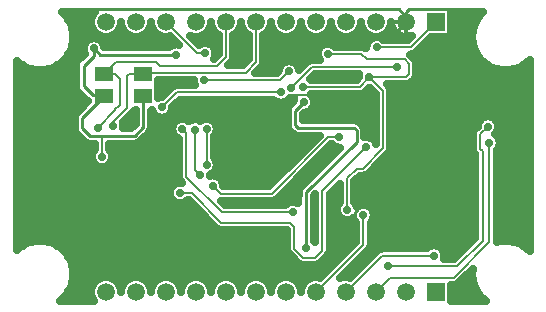
<source format=gbr>
G04 DipTrace 3.1.0.0*
G04 Bottom.gbr*
%MOIN*%
G04 #@! TF.FileFunction,Copper,L2,Bot*
G04 #@! TF.Part,Single*
G04 #@! TA.AperFunction,Conductor*
%ADD10C,0.01*%
%ADD14C,0.007*%
G04 #@! TA.AperFunction,CopperBalancing*
%ADD15C,0.025*%
%ADD16C,0.012992*%
G04 #@! TA.AperFunction,ComponentPad*
%ADD19R,0.059055X0.059055*%
%ADD20C,0.059055*%
%ADD27R,0.059055X0.051181*%
G04 #@! TA.AperFunction,ViaPad*
%ADD35C,0.028*%
%ADD37C,0.031496*%
%FSLAX26Y26*%
G04*
G70*
G90*
G75*
G01*
G04 Bottom*
%LPD*%
X682386Y1265701D2*
D10*
Y1241701D1*
X648386Y1207701D1*
Y1139701D1*
X678386Y1109701D1*
X714386D1*
X717386Y1106701D1*
X847386Y1105898D2*
Y1002701D1*
X818386Y973701D1*
X710386D1*
X669386D1*
X644386Y998701D1*
Y1033701D1*
X717386Y1106701D1*
X1390386Y601701D2*
Y785701D1*
X1558386Y953701D1*
Y993701D1*
X1551386Y1000701D1*
X1362386D1*
X1354386Y1008701D1*
Y1057701D1*
X1382386Y1085701D1*
X956386Y1244701D2*
X703386D1*
X682386Y1265701D1*
X710386Y904701D2*
D14*
Y973701D1*
X1625386Y1268701D2*
X1738386D1*
X1823386Y1353701D1*
X970386Y783701D2*
X1008386D1*
X1107386Y684701D1*
X1336386D1*
X1351386Y669701D1*
Y596701D1*
X1380386Y567701D1*
X1420386D1*
X1444386Y591701D1*
Y788701D1*
X1591386Y935701D1*
X1058386Y877701D2*
Y997701D1*
X1021386Y994701D2*
Y858701D1*
X1035386Y844701D1*
X1581386Y709701D2*
Y611682D1*
X1423386Y453682D1*
X1817386Y574701D2*
X1644404D1*
X1523386Y453682D1*
X2001386Y950701D2*
Y619701D1*
X1882386Y500701D1*
X1670404D1*
X1623386Y453682D1*
X1663386Y540701D2*
X1894386D1*
X1978386Y624701D1*
Y922701D1*
X1970386Y930701D1*
Y978701D1*
X1996386Y1004701D1*
X1345386Y720701D2*
X1108386D1*
X991386Y837701D1*
Y982701D1*
X977886Y996201D1*
X1053386Y1249701D2*
X1027386D1*
X923386Y1353701D1*
X1598386Y1071701D2*
X1453386D1*
X1414386Y1110701D1*
X1351386D1*
X1316386Y1075701D1*
Y1036701D1*
X1275386Y995701D1*
X1723386Y1353701D2*
D10*
Y1371701D1*
X1698386Y1396701D1*
X658386D1*
X640386Y1378701D1*
Y1257701D1*
X577386Y1194701D1*
Y1159701D1*
Y870701D1*
X598243Y849844D1*
X616386Y831701D1*
X838386D1*
X842580Y835895D1*
X924386Y917701D1*
Y978843D1*
Y1019701D1*
X972386Y1067701D1*
X1203386D1*
X1275386Y995701D1*
X1723386Y1353701D2*
Y1385701D1*
X1733386Y1395701D1*
X1896386D1*
X1919386Y1372701D1*
Y1098701D1*
X1567386Y746701D1*
X1558386Y737701D1*
Y723701D1*
X1554386Y719701D1*
Y639701D1*
X1451386Y536701D1*
X1141774D1*
X842580Y835895D1*
X519386Y1159701D2*
X577386D1*
X622386Y887701D2*
Y873987D1*
X598243Y849844D1*
X903386Y986701D2*
X916528D1*
X924386Y978843D1*
X1238205Y1185701D2*
X1248386D1*
X1360386Y1297701D1*
X1667386D1*
X1723386Y1353701D1*
X1564386Y746701D2*
X1567386D1*
X1726386Y908701D2*
D14*
X1564386Y746701D1*
X484386Y819701D2*
Y879701D1*
X447386Y916701D1*
X1501386Y969701D2*
X1464386D1*
X1276386Y781701D1*
X1105386D1*
X1079386Y807701D1*
X1694386Y1202701D2*
X1409386D1*
X1340886Y1134201D1*
X1306386Y1118701D2*
X959386D1*
X909386Y1068701D1*
X1050386Y1159701D2*
X1303386D1*
X1332386Y1188701D1*
X1527386Y727701D2*
Y832701D1*
X1559386Y864701D1*
X1578386D1*
X1647386Y933701D1*
Y1123701D1*
X1601386Y1169701D1*
X1381386Y1136701D2*
X1568386D1*
X1601386Y1169701D1*
X1462386Y1247701D2*
X1574386D1*
X1593386Y1228701D1*
X1719386D1*
X1733386Y1214701D1*
Y1179701D1*
X1723386Y1169701D1*
X1601386D1*
X1223386Y1353701D2*
Y1219701D1*
X1188386Y1184701D1*
X851386D1*
X847386Y1180701D1*
X747386Y1007701D2*
Y1021701D1*
X793386Y1067701D1*
Y1173701D1*
X800386Y1180701D1*
X847386D1*
X1123386Y1353701D2*
Y1237701D1*
X1093386Y1207701D1*
X904386D1*
X890386Y1221701D1*
X757583D1*
X717386Y1181504D1*
X752583D1*
X769386Y1164701D1*
Y1077701D1*
X750386Y1058701D1*
X753386D1*
X696386Y1001701D1*
D35*
X682386Y1265701D3*
X1390386Y601701D3*
X1382386Y1085701D3*
X956386Y1244701D3*
X682386Y1265701D3*
X710386Y904701D3*
X1625386Y1268701D3*
X1382386Y1085701D3*
X970386Y783701D3*
X1591386Y935701D3*
X1058386Y877701D3*
Y997701D3*
X1021386Y994701D3*
X1035386Y844701D3*
X1581386Y709701D3*
X1817386Y574701D3*
X2001386Y950701D3*
X1663386Y540701D3*
X1996386Y1004701D3*
X1345386Y720701D3*
X977886Y996201D3*
X1053386Y1249701D3*
X1598386Y1071701D3*
X519386Y1159701D3*
X622386Y887701D3*
X903386Y986701D3*
X1238205Y1185701D3*
X1564386Y746701D3*
X1726386Y908701D3*
X1564386Y746701D3*
X484386Y819701D3*
X447386Y916701D3*
X1501386Y969701D3*
X1079386Y807701D3*
X1694386Y1202701D3*
X1340886Y1134201D3*
X1306386Y1118701D3*
X909386Y1068701D3*
X1050386Y1159701D3*
X1332386Y1188701D3*
X1527386Y727701D3*
X1601386Y1169701D3*
X1381386Y1136701D3*
X1462386Y1247701D3*
X747386Y1007701D3*
X696386Y1001701D3*
D37*
X1274386Y863701D3*
X1275386Y995701D3*
X1206386Y930701D3*
X1342386Y931701D3*
X600529Y1361844D2*
D15*
X671507D1*
X1875920D2*
X1957932D1*
X611857Y1336975D2*
X673752D1*
X1875920D2*
X1946604D1*
X616643Y1312106D2*
X693088D1*
X753703D2*
X793088D1*
X853703D2*
X893088D1*
X1053703D2*
X1093088D1*
X1153703D2*
X1193088D1*
X1253703D2*
X1293088D1*
X1353703D2*
X1393088D1*
X1453703D2*
X1493088D1*
X1553703D2*
X1593088D1*
X1653703D2*
X1693088D1*
X1875920D2*
X1941819D1*
X615715Y1287238D2*
X652951D1*
X711857D2*
X953440D1*
X1026261D2*
X1096896D1*
X1149895D2*
X1196896D1*
X1249895D2*
X1593772D1*
X1793352D2*
X1942697D1*
X608976Y1262369D2*
X645529D1*
X1087980D2*
X1096912D1*
X1149895D2*
X1196896D1*
X1249895D2*
X1428684D1*
X1768499D2*
X1949484D1*
X595060Y1237500D2*
X639621D1*
X1149895D2*
X1196896D1*
X1249895D2*
X1426927D1*
X1747013D2*
X1963352D1*
X428411Y1212631D2*
X437312D1*
X569427D2*
X620871D1*
X1134759D2*
X1179904D1*
X1248820D2*
X1305051D1*
X1359759D2*
X1382883D1*
X1759856D2*
X1988987D1*
X2121087D2*
X2133836D1*
X428411Y1187762D2*
X620383D1*
X1227873D2*
X1295041D1*
X1759856D2*
X2133811D1*
X428411Y1162894D2*
X620383D1*
X1406340D2*
X1558176D1*
X1753020D2*
X2133811D1*
X428411Y1138025D2*
X620432D1*
X899895D2*
X942697D1*
X1669133D2*
X2133811D1*
X428411Y1113156D2*
X636399D1*
X899895D2*
X917404D1*
X1575480D2*
X1620920D1*
X1673869D2*
X2133811D1*
X428411Y1088287D2*
X660423D1*
X965373D2*
X1287619D1*
X1325188D2*
X1345480D1*
X1419280D2*
X1620920D1*
X1673869D2*
X2133811D1*
X428411Y1063419D2*
X635568D1*
X945988D2*
X1327072D1*
X1411223D2*
X1620920D1*
X1673869D2*
X2133811D1*
X428411Y1038550D2*
X616867D1*
X800676D2*
X819407D1*
X875383D2*
X890109D1*
X928655D2*
X1326388D1*
X1382365D2*
X1620920D1*
X1673869D2*
X1987228D1*
X2005581D2*
X2133811D1*
X428411Y1013681D2*
X616379D1*
X783879D2*
X819407D1*
X875383D2*
X945627D1*
X1091448D2*
X1326388D1*
X1576945D2*
X1620920D1*
X1673869D2*
X1960568D1*
X2032219D2*
X2133811D1*
X428411Y988812D2*
X618381D1*
X871232D2*
X941672D1*
X1094231D2*
X1335715D1*
X1586369D2*
X1620920D1*
X1673869D2*
X1946115D1*
X2029533D2*
X2133811D1*
X428411Y963944D2*
X640597D1*
X847160D2*
X963156D1*
X1084856D2*
X1422189D1*
X1673869D2*
X1943919D1*
X2035735D2*
X2133811D1*
X428411Y939075D2*
X683908D1*
X736857D2*
X964915D1*
X1084856D2*
X1397336D1*
X1470159D2*
X1483012D1*
X1673869D2*
X1943919D1*
X2036369D2*
X2133811D1*
X428411Y914206D2*
X674728D1*
X746037D2*
X964915D1*
X1084856D2*
X1372483D1*
X1445304D2*
X1480344D1*
X1664299D2*
X1950461D1*
X2027873D2*
X2133811D1*
X428411Y889337D2*
X676975D1*
X743791D2*
X964915D1*
X1093352D2*
X1347580D1*
X1420451D2*
X1455491D1*
X1639445D2*
X1951877D1*
X2027873D2*
X2133811D1*
X428411Y864469D2*
X964915D1*
X1092765D2*
X1322727D1*
X1395597D2*
X1430588D1*
X1614592D2*
X1951877D1*
X2027873D2*
X2133811D1*
X428411Y839600D2*
X964915D1*
X1095012D2*
X1297873D1*
X1370696D2*
X1405735D1*
X1570696D2*
X1951877D1*
X2027873D2*
X2133811D1*
X428411Y814731D2*
X952804D1*
X1115667D2*
X1272971D1*
X1345843D2*
X1380881D1*
X1553849D2*
X1951877D1*
X2027873D2*
X2133811D1*
X428411Y789862D2*
X933957D1*
X1320988D2*
X1362717D1*
X1481975D2*
X1500900D1*
X1553849D2*
X1951877D1*
X2027873D2*
X2133811D1*
X428411Y764993D2*
X938888D1*
X1296087D2*
X1362375D1*
X1470891D2*
X1500900D1*
X1553849D2*
X1951877D1*
X2027873D2*
X2133811D1*
X428411Y740125D2*
X1015549D1*
X1470891D2*
X1492697D1*
X1600139D2*
X1951877D1*
X2027873D2*
X2133811D1*
X428411Y715256D2*
X1040403D1*
X1470891D2*
X1492697D1*
X1617912D2*
X1951877D1*
X2027873D2*
X2133811D1*
X428411Y690387D2*
X1065256D1*
X1470891D2*
X1550315D1*
X1612492D2*
X1951877D1*
X2027873D2*
X2133811D1*
X428411Y665518D2*
X1090500D1*
X1470891D2*
X1554904D1*
X1607853D2*
X1951877D1*
X2027873D2*
X2133811D1*
X428411Y640650D2*
X1324875D1*
X1470891D2*
X1554904D1*
X1607853D2*
X1951877D1*
X2027873D2*
X2133811D1*
X428411Y615781D2*
X457151D1*
X549601D2*
X1324875D1*
X1470891D2*
X1549045D1*
X1607853D2*
X1933029D1*
X2101261D2*
X2133811D1*
X585735Y590912D2*
X1325608D1*
X1470843D2*
X1524192D1*
X1597013D2*
X1624192D1*
X1850335D2*
X1908176D1*
X603849Y566043D2*
X1345627D1*
X1455168D2*
X1499339D1*
X1572160D2*
X1599339D1*
X1853264D2*
X1883323D1*
X613469Y541175D2*
X1474436D1*
X1547307D2*
X1574436D1*
X616936Y516306D2*
X1449583D1*
X1522453D2*
X1549583D1*
X614689Y491437D2*
X688059D1*
X758732D2*
X788059D1*
X858732D2*
X888059D1*
X958732D2*
X988059D1*
X1058732D2*
X1088059D1*
X1158732D2*
X1188059D1*
X1258732D2*
X1288059D1*
X1358732D2*
X1388059D1*
X1909563D2*
X1943723D1*
X606437Y466568D2*
X672531D1*
X1875920D2*
X1951975D1*
X590423Y441699D2*
X672336D1*
X1875920D2*
X1967941D1*
X1989172Y424297D2*
X1982885Y429253D1*
X1976482Y435172D1*
X1970563Y441575D1*
X1965164Y448424D1*
X1960319Y455675D1*
X1956059Y463282D1*
X1952408Y471201D1*
X1949390Y479382D1*
X1947022Y487776D1*
X1945322Y496328D1*
X1944297Y504987D1*
X1943954Y513701D1*
X1945142Y529551D1*
X1897972Y482451D1*
X1893282Y479316D1*
X1887988Y477364D1*
X1882055Y476714D1*
X1873450Y476701D1*
X1873413Y424266D1*
X1989133Y424311D1*
X2025381Y620644D2*
X2037638Y623390D1*
X2046297Y624415D1*
X2055010Y624757D1*
X2063724Y624415D1*
X2072383Y623390D1*
X2080936Y621689D1*
X2089329Y619322D1*
X2097510Y616303D1*
X2105429Y612652D1*
X2113037Y608392D1*
X2120287Y603547D1*
X2127136Y598148D1*
X2136337Y589203D1*
X2136319Y1227988D1*
X2127168Y1219253D1*
X2120319Y1213854D1*
X2113068Y1209009D1*
X2105461Y1204749D1*
X2097542Y1201098D1*
X2089361Y1198080D1*
X2080967Y1195713D1*
X2072415Y1194012D1*
X2063756Y1192987D1*
X2055042Y1192644D1*
X2046328Y1192987D1*
X2037669Y1194012D1*
X2029117Y1195713D1*
X2020723Y1198080D1*
X2012542Y1201098D1*
X2004623Y1204749D1*
X1997016Y1209009D1*
X1989765Y1213854D1*
X1982916Y1219253D1*
X1976513Y1225172D1*
X1970594Y1231575D1*
X1965196Y1238424D1*
X1960350Y1245675D1*
X1956091Y1253282D1*
X1952440Y1261201D1*
X1949421Y1269382D1*
X1947054Y1277776D1*
X1945353Y1286328D1*
X1944328Y1294987D1*
X1943986Y1303701D1*
X1944328Y1312415D1*
X1945353Y1321073D1*
X1947054Y1329626D1*
X1949421Y1338020D1*
X1952440Y1346201D1*
X1956091Y1354119D1*
X1960350Y1361727D1*
X1965196Y1368978D1*
X1970594Y1375827D1*
X1981391Y1386739D1*
X1873366Y1386711D1*
X1873413Y1303673D1*
X1807251D1*
X1753972Y1250451D1*
X1749282Y1247316D1*
X1743988Y1245364D1*
X1738055Y1244714D1*
X1737262Y1244701D1*
X1751635Y1230287D1*
X1754770Y1225597D1*
X1756723Y1220303D1*
X1757373Y1214370D1*
X1757091Y1175946D1*
X1755559Y1170516D1*
X1752802Y1165594D1*
X1748357Y1160730D1*
X1737492Y1150285D1*
X1732571Y1147528D1*
X1727140Y1145996D1*
X1723386Y1145701D1*
X1659274D1*
X1666802Y1137807D1*
X1669559Y1132886D1*
X1671091Y1127455D1*
X1671386Y1123701D1*
X1671091Y929946D1*
X1669559Y924516D1*
X1666802Y919594D1*
X1664357Y916730D1*
X1592492Y845285D1*
X1587571Y842528D1*
X1582140Y840996D1*
X1574585Y840701D1*
X1569316D1*
X1551394Y822768D1*
X1551386Y752476D1*
X1555297Y747979D1*
X1558126Y743364D1*
X1560528Y737190D1*
X1565723Y740441D1*
X1570724Y742512D1*
X1575988Y743776D1*
X1581386Y744201D1*
X1586783Y743776D1*
X1592047Y742512D1*
X1597049Y740441D1*
X1601664Y737612D1*
X1605781Y734096D1*
X1609297Y729979D1*
X1612126Y725364D1*
X1614197Y720362D1*
X1615461Y715098D1*
X1615886Y709701D1*
X1615461Y704303D1*
X1614197Y699039D1*
X1612126Y694038D1*
X1609297Y689423D1*
X1605369Y684925D1*
X1605312Y609799D1*
X1604211Y604266D1*
X1601849Y599143D1*
X1598113Y594487D1*
X1503028Y499383D1*
X1511707Y502328D1*
X1519461Y503555D1*
X1527311D1*
X1535064Y502328D1*
X1537442Y501657D1*
X1628818Y592950D1*
X1633508Y596085D1*
X1638802Y598038D1*
X1644735Y598688D1*
X1792597Y598701D1*
X1797108Y602612D1*
X1801723Y605441D1*
X1806724Y607512D1*
X1811988Y608776D1*
X1817386Y609201D1*
X1822783Y608776D1*
X1828047Y607512D1*
X1833049Y605441D1*
X1837664Y602612D1*
X1841781Y599096D1*
X1845297Y594979D1*
X1848126Y590364D1*
X1850197Y585362D1*
X1851461Y580098D1*
X1851886Y574701D1*
X1851461Y569303D1*
X1850378Y564681D1*
X1884430Y564701D1*
X1954375Y634631D1*
X1954386Y912816D1*
X1950970Y916594D1*
X1948213Y921516D1*
X1946681Y926946D1*
X1946386Y930701D1*
X1946681Y982455D1*
X1948213Y987886D1*
X1950970Y992807D1*
X1953415Y995672D1*
X1961874Y1004130D1*
X1962311Y1010098D1*
X1963575Y1015362D1*
X1965646Y1020364D1*
X1968475Y1024979D1*
X1971991Y1029096D1*
X1976108Y1032612D1*
X1980723Y1035441D1*
X1985724Y1037512D1*
X1990988Y1038776D1*
X1996386Y1039201D1*
X2001783Y1038776D1*
X2007047Y1037512D1*
X2012049Y1035441D1*
X2016664Y1032612D1*
X2020781Y1029096D1*
X2024297Y1024979D1*
X2027126Y1020364D1*
X2029197Y1015362D1*
X2030461Y1010098D1*
X2030886Y1004701D1*
X2030461Y999303D1*
X2029197Y994039D1*
X2027126Y989038D1*
X2024297Y984423D1*
X2020105Y979681D1*
X2025781Y975096D1*
X2029297Y970979D1*
X2032126Y966364D1*
X2034197Y961362D1*
X2035461Y956098D1*
X2035886Y950701D1*
X2035461Y945303D1*
X2034197Y940039D1*
X2032126Y935038D1*
X2029297Y930423D1*
X2025369Y925925D1*
X2025386Y620756D1*
X614100Y504987D2*
X613075Y496328D1*
X611374Y487776D1*
X609007Y479382D1*
X605988Y471201D1*
X602337Y463282D1*
X598077Y455675D1*
X593232Y448424D1*
X587833Y441575D1*
X581915Y435172D1*
X575512Y429253D1*
X569224Y424297D1*
X682883Y424311D1*
X678811Y430970D1*
X675807Y438223D1*
X673974Y445857D1*
X673358Y453682D1*
X673974Y461508D1*
X675807Y469142D1*
X678811Y476395D1*
X682912Y483088D1*
X688010Y489058D1*
X693980Y494156D1*
X700673Y498257D1*
X707927Y501261D1*
X715560Y503094D1*
X723386Y503710D1*
X731211Y503094D1*
X738845Y501261D1*
X746098Y498257D1*
X752791Y494156D1*
X758761Y489058D1*
X763860Y483088D1*
X767961Y476395D1*
X770965Y469142D1*
X772798Y461508D1*
X773370Y454772D1*
X773974Y461508D1*
X775807Y469142D1*
X778811Y476395D1*
X782912Y483088D1*
X788010Y489058D1*
X793980Y494156D1*
X800673Y498257D1*
X807927Y501261D1*
X815560Y503094D1*
X823386Y503710D1*
X831211Y503094D1*
X838845Y501261D1*
X846098Y498257D1*
X852791Y494156D1*
X858761Y489058D1*
X863860Y483088D1*
X867961Y476395D1*
X870965Y469142D1*
X872798Y461508D1*
X873370Y454772D1*
X873974Y461508D1*
X875807Y469142D1*
X878811Y476395D1*
X882912Y483088D1*
X888010Y489058D1*
X893980Y494156D1*
X900673Y498257D1*
X907927Y501261D1*
X915560Y503094D1*
X923386Y503710D1*
X931211Y503094D1*
X938845Y501261D1*
X946098Y498257D1*
X952791Y494156D1*
X958761Y489058D1*
X963860Y483088D1*
X967961Y476395D1*
X970965Y469142D1*
X972798Y461508D1*
X973370Y454772D1*
X973974Y461508D1*
X975807Y469142D1*
X978811Y476395D1*
X982912Y483088D1*
X988010Y489058D1*
X993980Y494156D1*
X1000673Y498257D1*
X1007927Y501261D1*
X1015560Y503094D1*
X1023386Y503710D1*
X1031211Y503094D1*
X1038845Y501261D1*
X1046098Y498257D1*
X1052791Y494156D1*
X1058761Y489058D1*
X1063860Y483088D1*
X1067961Y476395D1*
X1070965Y469142D1*
X1072798Y461508D1*
X1073370Y454772D1*
X1073974Y461508D1*
X1075807Y469142D1*
X1078811Y476395D1*
X1082912Y483088D1*
X1088010Y489058D1*
X1093980Y494156D1*
X1100673Y498257D1*
X1107927Y501261D1*
X1115560Y503094D1*
X1123386Y503710D1*
X1131211Y503094D1*
X1138845Y501261D1*
X1146098Y498257D1*
X1152791Y494156D1*
X1158761Y489058D1*
X1163860Y483088D1*
X1167961Y476395D1*
X1170965Y469142D1*
X1172798Y461508D1*
X1173370Y454772D1*
X1173974Y461508D1*
X1175807Y469142D1*
X1178811Y476395D1*
X1182912Y483088D1*
X1188010Y489058D1*
X1193980Y494156D1*
X1200673Y498257D1*
X1207927Y501261D1*
X1215560Y503094D1*
X1223386Y503710D1*
X1231211Y503094D1*
X1238845Y501261D1*
X1246098Y498257D1*
X1252791Y494156D1*
X1258761Y489058D1*
X1263860Y483088D1*
X1267961Y476395D1*
X1270965Y469142D1*
X1272798Y461508D1*
X1273370Y454772D1*
X1273974Y461508D1*
X1275807Y469142D1*
X1278811Y476395D1*
X1282912Y483088D1*
X1288010Y489058D1*
X1293980Y494156D1*
X1300673Y498257D1*
X1307927Y501261D1*
X1315560Y503094D1*
X1323386Y503710D1*
X1331211Y503094D1*
X1338845Y501261D1*
X1346098Y498257D1*
X1352791Y494156D1*
X1358761Y489058D1*
X1363860Y483088D1*
X1367961Y476395D1*
X1370965Y469142D1*
X1372798Y461508D1*
X1373370Y454772D1*
X1373974Y461508D1*
X1375807Y469142D1*
X1378811Y476395D1*
X1382912Y483088D1*
X1388010Y489058D1*
X1393980Y494156D1*
X1400673Y498257D1*
X1407927Y501261D1*
X1415560Y503094D1*
X1423386Y503710D1*
X1431211Y503094D1*
X1437442Y501657D1*
X1557371Y621609D1*
X1557386Y684875D1*
X1553475Y689423D1*
X1550646Y694038D1*
X1548244Y700211D1*
X1543049Y696961D1*
X1538047Y694890D1*
X1532783Y693626D1*
X1527386Y693201D1*
X1521988Y693626D1*
X1516724Y694890D1*
X1511723Y696961D1*
X1507108Y699790D1*
X1502991Y703306D1*
X1499475Y707423D1*
X1496646Y712038D1*
X1494575Y717039D1*
X1493311Y722303D1*
X1492886Y727701D1*
X1493311Y733098D1*
X1494575Y738362D1*
X1496646Y743364D1*
X1499475Y747979D1*
X1503403Y752476D1*
X1503386Y813785D1*
X1468350Y778724D1*
X1468312Y589818D1*
X1467211Y584285D1*
X1464849Y579160D1*
X1461113Y574505D1*
X1434492Y548285D1*
X1429571Y545528D1*
X1424140Y543996D1*
X1420386Y543701D1*
X1376631Y543996D1*
X1371201Y545528D1*
X1366280Y548285D1*
X1363415Y550730D1*
X1331970Y582594D1*
X1329213Y587516D1*
X1327681Y592946D1*
X1327386Y596701D1*
Y659816D1*
X1323886Y660701D1*
X1103631Y660996D1*
X1098201Y662528D1*
X1093280Y665285D1*
X1090415Y667730D1*
X998402Y759744D1*
X995154Y759701D1*
X990664Y755790D1*
X986049Y752961D1*
X981047Y750890D1*
X975783Y749626D1*
X970386Y749201D1*
X964988Y749626D1*
X959724Y750890D1*
X954723Y752961D1*
X950108Y755790D1*
X945991Y759306D1*
X942475Y763423D1*
X939646Y768038D1*
X937575Y773039D1*
X936311Y778303D1*
X935886Y783701D1*
X936311Y789098D1*
X937575Y794362D1*
X939646Y799364D1*
X942475Y803979D1*
X945991Y808096D1*
X950108Y811612D1*
X954723Y814441D1*
X959724Y816512D1*
X964988Y817776D1*
X970386Y818201D1*
X977786Y817378D1*
X971970Y823594D1*
X969213Y828516D1*
X967681Y833946D1*
X967386Y837701D1*
X967224Y963390D1*
X962223Y965461D1*
X957608Y968290D1*
X953491Y971806D1*
X949975Y975923D1*
X947146Y980538D1*
X945075Y985539D1*
X943811Y990803D1*
X943386Y996201D1*
X943811Y1001598D1*
X945075Y1006862D1*
X947146Y1011864D1*
X949975Y1016479D1*
X953491Y1020596D1*
X957608Y1024112D1*
X962223Y1026941D1*
X967224Y1029012D1*
X972488Y1030276D1*
X977886Y1030701D1*
X983283Y1030276D1*
X988547Y1029012D1*
X993549Y1026941D1*
X998164Y1024112D1*
X1000549Y1022198D1*
X1005723Y1025441D1*
X1010724Y1027512D1*
X1015988Y1028776D1*
X1021386Y1029201D1*
X1026783Y1028776D1*
X1032047Y1027512D1*
X1037520Y1025177D1*
X1042723Y1028441D1*
X1047724Y1030512D1*
X1052988Y1031776D1*
X1058386Y1032201D1*
X1063783Y1031776D1*
X1069047Y1030512D1*
X1074049Y1028441D1*
X1078664Y1025612D1*
X1082781Y1022096D1*
X1086297Y1017979D1*
X1089126Y1013364D1*
X1091197Y1008362D1*
X1092461Y1003098D1*
X1092886Y997701D1*
X1092461Y992303D1*
X1091197Y987039D1*
X1089126Y982038D1*
X1086297Y977423D1*
X1082369Y972925D1*
X1082386Y902437D1*
X1086297Y897979D1*
X1089126Y893364D1*
X1091197Y888362D1*
X1092461Y883098D1*
X1092886Y877701D1*
X1092461Y872303D1*
X1091197Y867039D1*
X1089126Y862038D1*
X1086297Y857423D1*
X1082781Y853306D1*
X1078664Y849790D1*
X1074049Y846961D1*
X1069891Y845201D1*
X1069636Y840786D1*
X1076678Y842094D1*
X1082093D1*
X1087440Y841248D1*
X1092588Y839575D1*
X1097412Y837117D1*
X1101791Y833934D1*
X1105619Y830106D1*
X1108802Y825727D1*
X1111260Y820903D1*
X1112933Y815755D1*
X1113780Y810408D1*
X1114034Y806993D1*
X1115367Y805661D1*
X1266470Y805701D1*
X1435950Y975206D1*
X1360385Y975280D1*
X1354505Y976449D1*
X1349062Y978958D1*
X1344126Y982916D1*
X1333756Y993713D1*
X1330827Y998942D1*
X1329199Y1004711D1*
X1328886Y1008701D1*
X1329199Y1061690D1*
X1330827Y1067459D1*
X1333756Y1072689D1*
X1336354Y1075732D1*
X1347921Y1087298D1*
X1348839Y1093755D1*
X1350512Y1098903D1*
X1351547Y1101390D1*
X1346283Y1100126D1*
X1340886Y1099701D1*
X1335458Y1100131D1*
X1330781Y1094306D1*
X1326664Y1090790D1*
X1322049Y1087961D1*
X1317047Y1085890D1*
X1311783Y1084626D1*
X1306386Y1084201D1*
X1300988Y1084626D1*
X1295724Y1085890D1*
X1290723Y1087961D1*
X1286108Y1090790D1*
X1281610Y1094718D1*
X969325Y1094701D1*
X943867Y1069240D1*
X943461Y1063303D1*
X942197Y1058039D1*
X940126Y1053038D1*
X937297Y1048423D1*
X933781Y1044306D1*
X929664Y1040790D1*
X925049Y1037961D1*
X920047Y1035890D1*
X914783Y1034626D1*
X909386Y1034201D1*
X903988Y1034626D1*
X898724Y1035890D1*
X893723Y1037961D1*
X889108Y1040790D1*
X884991Y1044306D1*
X881475Y1048423D1*
X878646Y1053038D1*
X876077Y1059802D1*
X872886Y1055898D1*
X872572Y998711D1*
X870945Y992942D1*
X868016Y987713D1*
X865417Y984669D1*
X833374Y953071D1*
X828144Y950142D1*
X822375Y948514D1*
X818386Y948201D1*
X734353D1*
X734386Y929512D1*
X738297Y924979D1*
X741126Y920364D1*
X743197Y915362D1*
X744461Y910098D1*
X744886Y904701D1*
X744461Y899303D1*
X743197Y894039D1*
X741126Y889038D1*
X738297Y884423D1*
X734781Y880306D1*
X730664Y876790D1*
X726049Y873961D1*
X721047Y871890D1*
X715783Y870626D1*
X710386Y870201D1*
X704988Y870626D1*
X699724Y871890D1*
X694723Y873961D1*
X690108Y876790D1*
X685991Y880306D1*
X682475Y884423D1*
X679646Y889038D1*
X677575Y894039D1*
X676311Y899303D1*
X675886Y904701D1*
X676311Y910098D1*
X677575Y915362D1*
X679646Y920364D1*
X682475Y924979D1*
X686403Y929476D1*
X686386Y948206D1*
X665396Y948514D1*
X659627Y950142D1*
X654398Y953071D1*
X651354Y955669D1*
X623756Y983713D1*
X620827Y988942D1*
X619199Y994711D1*
X618886Y998701D1*
X619199Y1037690D1*
X620827Y1043459D1*
X623756Y1048689D1*
X626354Y1051732D1*
X663398Y1089071D1*
X660354Y1091669D1*
X627756Y1124713D1*
X624827Y1129942D1*
X623199Y1135711D1*
X622886Y1139701D1*
X623199Y1211690D1*
X624827Y1217459D1*
X627756Y1222689D1*
X630354Y1225732D1*
X652693Y1248071D1*
X649575Y1255039D1*
X648311Y1260303D1*
X647886Y1265701D1*
X648311Y1271098D1*
X649575Y1276362D1*
X651646Y1281364D1*
X654475Y1285979D1*
X657991Y1290096D1*
X662108Y1293612D1*
X666723Y1296441D1*
X671724Y1298512D1*
X676988Y1299776D1*
X682386Y1300201D1*
X687783Y1299776D1*
X693047Y1298512D1*
X698049Y1296441D1*
X702664Y1293612D1*
X706781Y1290096D1*
X710297Y1285979D1*
X713126Y1281364D1*
X715197Y1276362D1*
X716570Y1270184D1*
X933122Y1270201D1*
X938360Y1274117D1*
X943184Y1276575D1*
X948332Y1278248D1*
X953678Y1279094D1*
X959093D1*
X965101Y1278060D1*
X937461Y1305685D1*
X931211Y1304289D1*
X923386Y1303673D1*
X915560Y1304289D1*
X907927Y1306122D1*
X900673Y1309126D1*
X893980Y1313227D1*
X888010Y1318325D1*
X882912Y1324295D1*
X878811Y1330988D1*
X875807Y1338241D1*
X873974Y1345875D1*
X873402Y1352612D1*
X872798Y1345875D1*
X870965Y1338241D1*
X867961Y1330988D1*
X863860Y1324295D1*
X858761Y1318325D1*
X852791Y1313227D1*
X846098Y1309126D1*
X838845Y1306122D1*
X831211Y1304289D1*
X823386Y1303673D1*
X815560Y1304289D1*
X807927Y1306122D1*
X800673Y1309126D1*
X793980Y1313227D1*
X788010Y1318325D1*
X782912Y1324295D1*
X778811Y1330988D1*
X775807Y1338241D1*
X773974Y1345875D1*
X773402Y1352612D1*
X772798Y1345875D1*
X770965Y1338241D1*
X767961Y1330988D1*
X763860Y1324295D1*
X758761Y1318325D1*
X752791Y1313227D1*
X746098Y1309126D1*
X738845Y1306122D1*
X731211Y1304289D1*
X723386Y1303673D1*
X715560Y1304289D1*
X707927Y1306122D1*
X700673Y1309126D1*
X693980Y1313227D1*
X688010Y1318325D1*
X682912Y1324295D1*
X678811Y1330988D1*
X675807Y1338241D1*
X673974Y1345875D1*
X673358Y1353701D1*
X673974Y1361526D1*
X675807Y1369160D1*
X678811Y1376413D1*
X682912Y1383106D1*
X685835Y1386720D1*
X577175Y1386713D1*
X587833Y1375827D1*
X593232Y1368978D1*
X598077Y1361727D1*
X602337Y1354119D1*
X605988Y1346201D1*
X609007Y1338020D1*
X611374Y1329626D1*
X613075Y1321073D1*
X614100Y1312415D1*
X614442Y1303701D1*
X614100Y1294987D1*
X613075Y1286328D1*
X611374Y1277776D1*
X609007Y1269382D1*
X605988Y1261201D1*
X602337Y1253282D1*
X598077Y1245675D1*
X593232Y1238424D1*
X587833Y1231575D1*
X581915Y1225172D1*
X575512Y1219253D1*
X568663Y1213854D1*
X561412Y1209009D1*
X553804Y1204749D1*
X545886Y1201098D1*
X537705Y1198080D1*
X529311Y1195713D1*
X520759Y1194012D1*
X512100Y1192987D1*
X503386Y1192644D1*
X494672Y1192987D1*
X486013Y1194012D1*
X477461Y1195713D1*
X469067Y1198080D1*
X460886Y1201098D1*
X452967Y1204749D1*
X445360Y1209009D1*
X438109Y1213854D1*
X431260Y1219253D1*
X425883Y1224224D1*
X425886Y593289D1*
X438109Y603547D1*
X445360Y608392D1*
X452967Y612652D1*
X460886Y616303D1*
X469067Y619322D1*
X477461Y621689D1*
X486013Y623390D1*
X494672Y624415D1*
X503386Y624757D1*
X512100Y624415D1*
X520759Y623390D1*
X529311Y621689D1*
X537705Y619322D1*
X545886Y616303D1*
X553804Y612652D1*
X561412Y608392D1*
X568663Y603547D1*
X575512Y598148D1*
X581915Y592230D1*
X587833Y585827D1*
X593232Y578978D1*
X598077Y571727D1*
X602337Y564119D1*
X605988Y556201D1*
X609007Y548020D1*
X611374Y539626D1*
X613075Y531073D1*
X614100Y522415D1*
X614442Y513701D1*
X614100Y504987D1*
X1743787Y1308024D2*
X1736803Y1305507D1*
X1729454Y1304042D1*
X1721969Y1303693D1*
X1714516Y1304466D1*
X1707262Y1306343D1*
X1700370Y1309282D1*
X1693993Y1313218D1*
X1688277Y1318062D1*
X1683348Y1323706D1*
X1679318Y1330022D1*
X1676274Y1336870D1*
X1674289Y1344094D1*
X1673392Y1352248D1*
X1672798Y1345875D1*
X1670965Y1338241D1*
X1667961Y1330988D1*
X1663860Y1324295D1*
X1658761Y1318325D1*
X1652791Y1313227D1*
X1646098Y1309126D1*
X1638845Y1306122D1*
X1631211Y1304289D1*
X1623386Y1303673D1*
X1615560Y1304289D1*
X1607927Y1306122D1*
X1600673Y1309126D1*
X1593980Y1313227D1*
X1588010Y1318325D1*
X1582912Y1324295D1*
X1578811Y1330988D1*
X1575807Y1338241D1*
X1573974Y1345875D1*
X1573402Y1352612D1*
X1572798Y1345875D1*
X1570965Y1338241D1*
X1567961Y1330988D1*
X1563860Y1324295D1*
X1558761Y1318325D1*
X1552791Y1313227D1*
X1546098Y1309126D1*
X1538845Y1306122D1*
X1531211Y1304289D1*
X1523386Y1303673D1*
X1515560Y1304289D1*
X1507927Y1306122D1*
X1500673Y1309126D1*
X1493980Y1313227D1*
X1488010Y1318325D1*
X1482912Y1324295D1*
X1478811Y1330988D1*
X1475807Y1338241D1*
X1473974Y1345875D1*
X1473402Y1352612D1*
X1472798Y1345875D1*
X1470965Y1338241D1*
X1467961Y1330988D1*
X1463860Y1324295D1*
X1458761Y1318325D1*
X1452791Y1313227D1*
X1446098Y1309126D1*
X1438845Y1306122D1*
X1431211Y1304289D1*
X1423386Y1303673D1*
X1415560Y1304289D1*
X1407927Y1306122D1*
X1400673Y1309126D1*
X1393980Y1313227D1*
X1388010Y1318325D1*
X1382912Y1324295D1*
X1378811Y1330988D1*
X1375807Y1338241D1*
X1373974Y1345875D1*
X1373402Y1352612D1*
X1372798Y1345875D1*
X1370965Y1338241D1*
X1367961Y1330988D1*
X1363860Y1324295D1*
X1358761Y1318325D1*
X1352791Y1313227D1*
X1346098Y1309126D1*
X1338845Y1306122D1*
X1331211Y1304289D1*
X1323386Y1303673D1*
X1315560Y1304289D1*
X1307927Y1306122D1*
X1300673Y1309126D1*
X1293980Y1313227D1*
X1288010Y1318325D1*
X1282912Y1324295D1*
X1278811Y1330988D1*
X1275807Y1338241D1*
X1273974Y1345875D1*
X1273402Y1352612D1*
X1272798Y1345875D1*
X1270965Y1338241D1*
X1267961Y1330988D1*
X1263860Y1324295D1*
X1258761Y1318325D1*
X1252791Y1313227D1*
X1247370Y1309839D1*
X1247312Y1217818D1*
X1246211Y1212285D1*
X1243849Y1207161D1*
X1240113Y1202505D1*
X1221332Y1183706D1*
X1293501Y1183701D1*
X1297912Y1188169D1*
X1298311Y1194098D1*
X1299575Y1199362D1*
X1301646Y1204364D1*
X1304475Y1208979D1*
X1307991Y1213096D1*
X1312108Y1216612D1*
X1316723Y1219441D1*
X1321724Y1221512D1*
X1326988Y1222776D1*
X1332386Y1223201D1*
X1337783Y1222776D1*
X1343047Y1221512D1*
X1348049Y1219441D1*
X1352664Y1216612D1*
X1356781Y1213096D1*
X1360297Y1208979D1*
X1363126Y1204364D1*
X1365197Y1199362D1*
X1366503Y1193751D1*
X1395280Y1222117D1*
X1400201Y1224874D1*
X1405631Y1226406D1*
X1409386Y1226701D1*
X1435021D1*
X1431646Y1232038D1*
X1429575Y1237039D1*
X1428311Y1242303D1*
X1427886Y1247701D1*
X1428311Y1253098D1*
X1429575Y1258362D1*
X1431646Y1263364D1*
X1434475Y1267979D1*
X1437991Y1272096D1*
X1442108Y1275612D1*
X1446723Y1278441D1*
X1451724Y1280512D1*
X1456988Y1281776D1*
X1462386Y1282201D1*
X1467783Y1281776D1*
X1473047Y1280512D1*
X1478049Y1278441D1*
X1482664Y1275612D1*
X1487161Y1271684D1*
X1576269Y1271627D1*
X1581802Y1270526D1*
X1586925Y1268164D1*
X1590291Y1265656D1*
X1590992Y1265993D1*
Y1271408D1*
X1591839Y1276755D1*
X1593512Y1281903D1*
X1595970Y1286727D1*
X1599152Y1291106D1*
X1602980Y1294934D1*
X1607360Y1298117D1*
X1612184Y1300575D1*
X1617332Y1302248D1*
X1622678Y1303094D1*
X1628093D1*
X1633440Y1302248D1*
X1638588Y1300575D1*
X1643412Y1298117D1*
X1647791Y1294934D1*
X1650386Y1292701D1*
X1728462D1*
X1743755Y1308010D1*
X1199402Y1309839D2*
X1193980Y1313227D1*
X1188010Y1318325D1*
X1182912Y1324295D1*
X1178811Y1330988D1*
X1175807Y1338241D1*
X1173974Y1345875D1*
X1173402Y1352612D1*
X1172798Y1345875D1*
X1170965Y1338241D1*
X1167961Y1330988D1*
X1163860Y1324295D1*
X1158761Y1318325D1*
X1152791Y1313227D1*
X1147370Y1309839D1*
X1147312Y1235818D1*
X1146211Y1230285D1*
X1143849Y1225160D1*
X1140113Y1220505D1*
X1128307Y1208680D1*
X1178495Y1208701D1*
X1199423Y1229680D1*
X1199386Y1309789D1*
X1099402Y1309839D2*
X1093980Y1313227D1*
X1088010Y1318325D1*
X1082912Y1324295D1*
X1078811Y1330988D1*
X1075807Y1338241D1*
X1073974Y1345875D1*
X1073402Y1352612D1*
X1072798Y1345875D1*
X1070965Y1338241D1*
X1067961Y1330988D1*
X1063860Y1324295D1*
X1058761Y1318325D1*
X1052791Y1313227D1*
X1046098Y1309126D1*
X1038845Y1306122D1*
X1031211Y1304289D1*
X1023386Y1303673D1*
X1015560Y1304289D1*
X1007927Y1306122D1*
X1002917Y1308092D1*
X1033268Y1277760D1*
X1040184Y1281575D1*
X1045332Y1283248D1*
X1050678Y1284094D1*
X1056093D1*
X1061440Y1283248D1*
X1066588Y1281575D1*
X1071412Y1279117D1*
X1075791Y1275934D1*
X1079619Y1272106D1*
X1082802Y1267727D1*
X1085260Y1262903D1*
X1086933Y1257755D1*
X1087780Y1252408D1*
Y1246993D1*
X1086933Y1241647D1*
X1085260Y1236499D1*
X1082807Y1231684D1*
X1085255Y1233510D1*
X1099375Y1247631D1*
X1099386Y1309820D1*
X897413Y1151988D2*
Y1101060D1*
X903988Y1102776D1*
X909946Y1103178D1*
X943799Y1136950D1*
X948490Y1140085D1*
X953783Y1142038D1*
X959717Y1142688D1*
X1020373Y1142701D1*
X1017575Y1149039D1*
X1016311Y1154303D1*
X1015925Y1160705D1*
X897419Y1160701D1*
X897365Y1134610D1*
X821886Y1013199D2*
Y1059781D1*
X815559Y1058516D1*
X812802Y1053594D1*
X810357Y1050730D1*
X779593Y1019967D1*
X781461Y1013098D1*
X781886Y1007701D1*
X781461Y1002303D1*
X780803Y999189D1*
X807798Y999201D1*
X821865Y1013243D1*
X1364886Y749113D2*
X1365199Y789690D1*
X1366827Y795459D1*
X1369756Y800689D1*
X1372354Y803732D1*
X1503936Y935314D1*
X1498678Y935307D1*
X1493332Y936154D1*
X1488184Y937827D1*
X1483360Y940285D1*
X1478980Y943467D1*
X1476386Y945701D1*
X1474277D1*
X1291972Y763451D1*
X1287282Y760316D1*
X1281988Y758364D1*
X1276055Y757714D1*
X1105584Y757445D1*
X1118324Y744703D1*
X1320642Y744701D1*
X1325108Y748612D1*
X1329723Y751441D1*
X1334724Y753512D1*
X1339988Y754776D1*
X1345386Y755201D1*
X1350783Y754776D1*
X1356047Y753512D1*
X1361049Y751441D1*
X1364899Y749123D1*
X1415886Y775202D2*
Y624909D1*
X1419802Y619727D1*
X1420396Y618665D1*
X1420386Y779684D1*
X1415903Y775155D1*
X1551050Y1026188D2*
X1557339Y1025496D1*
X1562962Y1023421D1*
X1567946Y1020091D1*
X1577776Y1010261D1*
X1581106Y1005277D1*
X1583181Y999654D1*
X1583886Y993701D1*
Y969336D1*
X1591386Y970201D1*
X1596783Y969776D1*
X1602047Y968512D1*
X1607049Y966441D1*
X1611664Y963612D1*
X1615781Y960096D1*
X1619297Y955979D1*
X1622126Y951364D1*
X1623395Y948535D1*
X1623386Y1113730D1*
X1601930Y1135215D1*
X1600678Y1135052D1*
X1582492Y1117285D1*
X1577571Y1114528D1*
X1572140Y1112996D1*
X1568386Y1112701D1*
X1406130D1*
X1405089Y1111667D1*
X1410297Y1105979D1*
X1413126Y1101364D1*
X1415197Y1096362D1*
X1416461Y1091098D1*
X1416886Y1085701D1*
X1416461Y1080303D1*
X1415197Y1075039D1*
X1413126Y1070038D1*
X1410297Y1065423D1*
X1406781Y1061306D1*
X1402664Y1057790D1*
X1398049Y1054961D1*
X1393047Y1052890D1*
X1387783Y1051626D1*
X1383983Y1051264D1*
X1379874Y1047126D1*
X1379886Y1026206D1*
X1553387Y1026122D1*
X1559266Y1024953D1*
X1564710Y1022444D1*
X1569646Y1018486D1*
X1579016Y1008689D1*
X1581945Y1003459D1*
X1583572Y997690D1*
X1583873Y993365D1*
X652738Y1248091D2*
X649575Y1255039D1*
X648311Y1260303D1*
X647886Y1265701D1*
X648311Y1271098D1*
X649575Y1276362D1*
X651646Y1281364D1*
X654475Y1285979D1*
X657991Y1290096D1*
X662108Y1293612D1*
X666723Y1296441D1*
X671724Y1298512D1*
X676988Y1299776D1*
X682386Y1300201D1*
X687783Y1299776D1*
X693047Y1298512D1*
X698049Y1296441D1*
X702664Y1293612D1*
X706781Y1290096D1*
X710297Y1285979D1*
X713126Y1281364D1*
X715197Y1276362D1*
X716570Y1270184D1*
X1405110Y1111640D2*
X1410297Y1105979D1*
X1413126Y1101364D1*
X1415197Y1096362D1*
X1416461Y1091098D1*
X1416886Y1085701D1*
X1416461Y1080303D1*
X1415197Y1075039D1*
X1413126Y1070038D1*
X1410297Y1065423D1*
X1406781Y1061306D1*
X1402664Y1057790D1*
X1398049Y1054961D1*
X1393047Y1052890D1*
X1387783Y1051626D1*
X1383983Y1051264D1*
X1568067Y1178701D2*
X1419346D1*
X1403791Y1162934D1*
X1406386Y1160701D1*
X1558495D1*
X1566917Y1169175D1*
X1567311Y1175098D1*
X1568112Y1178722D1*
X1723386Y1353701D2*
D16*
Y1303722D1*
X1673407Y1353701D2*
X1723386D1*
D19*
X1823386D3*
D20*
X1723386D3*
X1623386D3*
X1523386D3*
X1423386D3*
X1323386D3*
X1223386D3*
X1123386D3*
X1023386D3*
X923386D3*
X823386D3*
X723386D3*
D19*
X1823386Y453682D3*
D20*
X1723386D3*
X1623386D3*
X1523386D3*
X1423386D3*
X1323386D3*
X1223386D3*
X1123386D3*
X1023386D3*
X923386D3*
X823386D3*
X723386D3*
D27*
X847386Y1105898D3*
Y1180701D3*
X717386Y1106701D3*
Y1181504D3*
M02*

</source>
